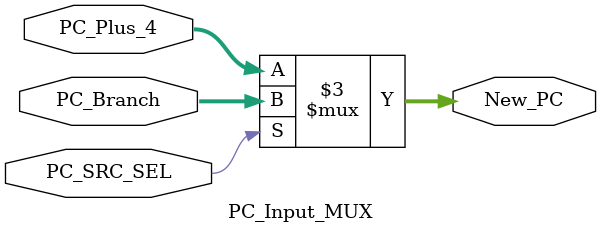
<source format=v>
module PC_Input_MUX 

# (
	parameter ADDR_WIDTH = 32
)	
(
	input 								PC_SRC_SEL,
	input 			[ADDR_WIDTH-1:0]	PC_Branch,
	input 			[ADDR_WIDTH-1:0]	PC_Plus_4,

	output 	reg 	[ADDR_WIDTH-1:0]	New_PC	//PC'
);


always @(*) begin 
	
	if (PC_SRC_SEL) begin // only at beq instruction

		New_PC = PC_Branch;
	end

	else begin 
		New_PC = PC_Plus_4;
	end
end

endmodule : PC_Input_MUX
</source>
